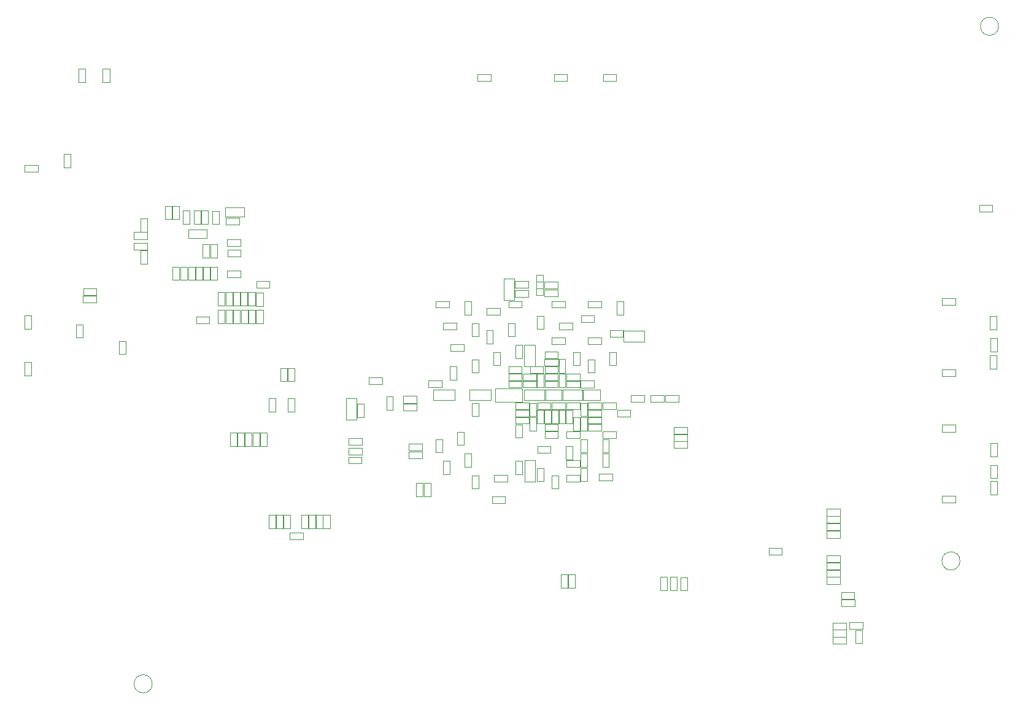
<source format=gbr>
G04 #@! TF.GenerationSoftware,KiCad,Pcbnew,7.0.11-rc3*
G04 #@! TF.CreationDate,2024-11-10T09:22:13+01:00*
G04 #@! TF.ProjectId,sodimm-ddr5-tester,736f6469-6d6d-42d6-9464-72352d746573,1.2.0*
G04 #@! TF.SameCoordinates,Original*
G04 #@! TF.FileFunction,Other,User*
%FSLAX46Y46*%
G04 Gerber Fmt 4.6, Leading zero omitted, Abs format (unit mm)*
G04 Created by KiCad (PCBNEW 7.0.11-rc3) date 2024-11-10 09:22:13*
%MOMM*%
%LPD*%
G01*
G04 APERTURE LIST*
%ADD10C,0.050000*%
G04 APERTURE END LIST*
D10*
X98470000Y-180020000D02*
X97530000Y-180020000D01*
X97530000Y-180020000D02*
X97530000Y-181880000D01*
X98470000Y-181880000D02*
X98470000Y-180020000D01*
X97530000Y-181880000D02*
X98470000Y-181880000D01*
X99520000Y-180020000D02*
X98580000Y-180020000D01*
X98580000Y-180020000D02*
X98580000Y-181880000D01*
X99520000Y-181880000D02*
X99520000Y-180020000D01*
X98580000Y-181880000D02*
X99520000Y-181880000D01*
X100570000Y-180020000D02*
X99630000Y-180020000D01*
X99630000Y-180020000D02*
X99630000Y-181880000D01*
X100570000Y-181880000D02*
X100570000Y-180020000D01*
X99630000Y-181880000D02*
X100570000Y-181880000D01*
X102670000Y-180020000D02*
X101730000Y-180020000D01*
X101730000Y-180020000D02*
X101730000Y-181880000D01*
X102670000Y-181880000D02*
X102670000Y-180020000D01*
X101730000Y-181880000D02*
X102670000Y-181880000D01*
X101620000Y-180020000D02*
X100680000Y-180020000D01*
X100680000Y-180020000D02*
X100680000Y-181880000D01*
X101620000Y-181880000D02*
X101620000Y-180020000D01*
X100680000Y-181880000D02*
X101620000Y-181880000D01*
X107388200Y-193215800D02*
X108328200Y-193215800D01*
X108328200Y-193215800D02*
X108328200Y-191355800D01*
X107388200Y-191355800D02*
X107388200Y-193215800D01*
X108328200Y-191355800D02*
X107388200Y-191355800D01*
X108388200Y-193215800D02*
X109328200Y-193215800D01*
X109328200Y-193215800D02*
X109328200Y-191355800D01*
X108388200Y-191355800D02*
X108388200Y-193215800D01*
X109328200Y-191355800D02*
X108388200Y-191355800D01*
X103888200Y-193215800D02*
X104828200Y-193215800D01*
X104828200Y-193215800D02*
X104828200Y-191355800D01*
X103888200Y-191355800D02*
X103888200Y-193215800D01*
X104828200Y-191355800D02*
X103888200Y-191355800D01*
X102872200Y-193220301D02*
X103812200Y-193220301D01*
X103812200Y-193220301D02*
X103812200Y-191360301D01*
X102872200Y-191360301D02*
X102872200Y-193220301D01*
X103812200Y-191360301D02*
X102872200Y-191360301D01*
X104913200Y-193205800D02*
X105853200Y-193205800D01*
X105853200Y-193205800D02*
X105853200Y-191345800D01*
X104913200Y-191345800D02*
X104913200Y-193205800D01*
X105853200Y-191345800D02*
X104913200Y-191345800D01*
X109388200Y-193215800D02*
X110328200Y-193215800D01*
X110328200Y-193215800D02*
X110328200Y-191355800D01*
X109388200Y-191355800D02*
X109388200Y-193215800D01*
X110328200Y-191355800D02*
X109388200Y-191355800D01*
X110388200Y-193215800D02*
X111328200Y-193215800D01*
X111328200Y-193215800D02*
X111328200Y-191355800D01*
X110388200Y-191355800D02*
X110388200Y-193215800D01*
X111328200Y-191355800D02*
X110388200Y-191355800D01*
X99030501Y-162506000D02*
X99970501Y-162506000D01*
X99970501Y-162506000D02*
X99970501Y-160646000D01*
X99030501Y-160646000D02*
X99030501Y-162506000D01*
X99970501Y-160646000D02*
X99030501Y-160646000D01*
X97980501Y-162506000D02*
X98920501Y-162506000D01*
X98920501Y-162506000D02*
X98920501Y-160646000D01*
X97980501Y-160646000D02*
X97980501Y-162506000D01*
X98920501Y-160646000D02*
X97980501Y-160646000D01*
X101155501Y-162531000D02*
X102095501Y-162531000D01*
X102095501Y-162531000D02*
X102095501Y-160671000D01*
X101155501Y-160671000D02*
X101155501Y-162531000D01*
X102095501Y-160671000D02*
X101155501Y-160671000D01*
X100055501Y-162506000D02*
X100995501Y-162506000D01*
X100995501Y-162506000D02*
X100995501Y-160646000D01*
X100055501Y-160646000D02*
X100055501Y-162506000D01*
X100995501Y-160646000D02*
X100055501Y-160646000D01*
X94838672Y-155880000D02*
X95778672Y-155880000D01*
X95778672Y-155880000D02*
X95778672Y-154020000D01*
X94838672Y-154020000D02*
X94838672Y-155880000D01*
X95778672Y-154020000D02*
X94838672Y-154020000D01*
X97170000Y-153330000D02*
X97170000Y-154270000D01*
X97170000Y-154270000D02*
X99030000Y-154270000D01*
X99030000Y-153330000D02*
X97170000Y-153330000D01*
X99030000Y-154270000D02*
X99030000Y-153330000D01*
X86130501Y-153283149D02*
X86130501Y-152343149D01*
X86130501Y-152343149D02*
X84270501Y-152343149D01*
X84270501Y-153283149D02*
X86130501Y-153283149D01*
X84270501Y-152343149D02*
X84270501Y-153283149D01*
X86130501Y-154783149D02*
X86130501Y-153843149D01*
X86130501Y-153843149D02*
X84270501Y-153843149D01*
X84270501Y-154783149D02*
X86130501Y-154783149D01*
X84270501Y-153843149D02*
X84270501Y-154783149D01*
X95140000Y-151210000D02*
X96060000Y-151210000D01*
X96060000Y-151210000D02*
X96060000Y-149390000D01*
X95140000Y-149390000D02*
X95140000Y-151210000D01*
X96060000Y-149390000D02*
X95140000Y-149390000D01*
X92848672Y-158914992D02*
X93768672Y-158914992D01*
X93768672Y-158914992D02*
X93768672Y-157094992D01*
X92848672Y-157094992D02*
X92848672Y-158914992D01*
X93768672Y-157094992D02*
X92848672Y-157094992D01*
X94848672Y-158914992D02*
X95768672Y-158914992D01*
X95768672Y-158914992D02*
X95768672Y-157094992D01*
X94848672Y-157094992D02*
X94848672Y-158914992D01*
X95768672Y-157094992D02*
X94848672Y-157094992D01*
X92576829Y-151193157D02*
X93496829Y-151193157D01*
X93496829Y-151193157D02*
X93496829Y-149373157D01*
X92576829Y-149373157D02*
X92576829Y-151193157D01*
X93496829Y-149373157D02*
X92576829Y-149373157D01*
X90690000Y-158914992D02*
X91610000Y-158914992D01*
X91610000Y-158914992D02*
X91610000Y-157094992D01*
X90690000Y-157094992D02*
X90690000Y-158914992D01*
X91610000Y-157094992D02*
X90690000Y-157094992D01*
X93601829Y-151193157D02*
X94521829Y-151193157D01*
X94521829Y-151193157D02*
X94521829Y-149373157D01*
X93601829Y-149373157D02*
X93601829Y-151193157D01*
X94521829Y-149373157D02*
X93601829Y-149373157D01*
X93848672Y-158914992D02*
X94768672Y-158914992D01*
X94768672Y-158914992D02*
X94768672Y-157094992D01*
X93848672Y-157094992D02*
X93848672Y-158914992D01*
X94768672Y-157094992D02*
X93848672Y-157094992D01*
X96976829Y-150348157D02*
X96976829Y-151268157D01*
X96976829Y-151268157D02*
X98796829Y-151268157D01*
X98796829Y-150348157D02*
X96976829Y-150348157D01*
X98796829Y-151268157D02*
X98796829Y-150348157D01*
X91040000Y-151193157D02*
X91960000Y-151193157D01*
X91960000Y-151193157D02*
X91960000Y-149373157D01*
X91040000Y-149373157D02*
X91040000Y-151193157D01*
X91960000Y-149373157D02*
X91040000Y-149373157D01*
X97190000Y-154740000D02*
X97190000Y-155660000D01*
X97190000Y-155660000D02*
X99010000Y-155660000D01*
X99010000Y-154740000D02*
X97190000Y-154740000D01*
X99010000Y-155660000D02*
X99010000Y-154740000D01*
X89626829Y-150543157D02*
X90546829Y-150543157D01*
X90546829Y-150543157D02*
X90546829Y-148723157D01*
X89626829Y-148723157D02*
X89626829Y-150543157D01*
X90546829Y-148723157D02*
X89626829Y-148723157D01*
X91848672Y-158914992D02*
X92768672Y-158914992D01*
X92768672Y-158914992D02*
X92768672Y-157094992D01*
X91848672Y-157094992D02*
X91848672Y-158914992D01*
X92768672Y-157094992D02*
X91848672Y-157094992D01*
X88626829Y-150543157D02*
X89546829Y-150543157D01*
X89546829Y-150543157D02*
X89546829Y-148723157D01*
X88626829Y-148723157D02*
X88626829Y-150543157D01*
X89546829Y-148723157D02*
X88626829Y-148723157D01*
X89648672Y-158914992D02*
X90568672Y-158914992D01*
X90568672Y-158914992D02*
X90568672Y-157094992D01*
X89648672Y-157094992D02*
X89648672Y-158914992D01*
X90568672Y-157094992D02*
X89648672Y-157094992D01*
X99500501Y-148958851D02*
X96900501Y-148958851D01*
X96900501Y-148958851D02*
X96900501Y-150158851D01*
X96900501Y-150158851D02*
X99500501Y-150158851D01*
X99500501Y-150158851D02*
X99500501Y-148958851D01*
X91786829Y-153158157D02*
X94386829Y-153158157D01*
X94386829Y-153158157D02*
X94386829Y-151958157D01*
X94386829Y-151958157D02*
X91786829Y-151958157D01*
X91786829Y-151958157D02*
X91786829Y-153158157D01*
X69202200Y-172094000D02*
X70142200Y-172094000D01*
X70142200Y-172094000D02*
X70142200Y-170234000D01*
X69202200Y-170234000D02*
X69202200Y-172094000D01*
X70142200Y-170234000D02*
X69202200Y-170234000D01*
X70162701Y-163820000D02*
X69222701Y-163820000D01*
X69222701Y-163820000D02*
X69222701Y-165680000D01*
X70162701Y-165680000D02*
X70162701Y-163820000D01*
X69222701Y-165680000D02*
X70162701Y-165680000D01*
X99995501Y-163021000D02*
X99055501Y-163021000D01*
X99055501Y-163021000D02*
X99055501Y-164881000D01*
X99995501Y-164881000D02*
X99995501Y-163021000D01*
X99055501Y-164881000D02*
X99995501Y-164881000D01*
X99030000Y-158570000D02*
X99030000Y-157630000D01*
X99030000Y-157630000D02*
X97170000Y-157630000D01*
X97170000Y-158570000D02*
X99030000Y-158570000D01*
X97170000Y-157630000D02*
X97170000Y-158570000D01*
X97895501Y-163021000D02*
X96955501Y-163021000D01*
X96955501Y-163021000D02*
X96955501Y-164881000D01*
X97895501Y-164881000D02*
X97895501Y-163021000D01*
X96955501Y-164881000D02*
X97895501Y-164881000D01*
X102095501Y-163021000D02*
X101155501Y-163021000D01*
X101155501Y-163021000D02*
X101155501Y-164881000D01*
X102095501Y-164881000D02*
X102095501Y-163021000D01*
X101155501Y-164881000D02*
X102095501Y-164881000D01*
X101020501Y-163021000D02*
X100080501Y-163021000D01*
X100080501Y-163021000D02*
X100080501Y-164881000D01*
X101020501Y-164881000D02*
X101020501Y-163021000D01*
X100080501Y-164881000D02*
X101020501Y-164881000D01*
X93788672Y-155880000D02*
X94728672Y-155880000D01*
X94728672Y-155880000D02*
X94728672Y-154020000D01*
X93788672Y-154020000D02*
X93788672Y-155880000D01*
X94728672Y-154020000D02*
X93788672Y-154020000D01*
X85210501Y-152283149D02*
X86150501Y-152283149D01*
X86150501Y-152283149D02*
X86150501Y-150423149D01*
X85210501Y-150423149D02*
X85210501Y-152283149D01*
X86150501Y-150423149D02*
X85210501Y-150423149D01*
X86150501Y-154833149D02*
X85210501Y-154833149D01*
X85210501Y-154833149D02*
X85210501Y-156693149D01*
X86150501Y-156693149D02*
X86150501Y-154833149D01*
X85210501Y-156693149D02*
X86150501Y-156693149D01*
X95905501Y-162506000D02*
X96845501Y-162506000D01*
X96845501Y-162506000D02*
X96845501Y-160646000D01*
X95905501Y-160646000D02*
X95905501Y-162506000D01*
X96845501Y-160646000D02*
X95905501Y-160646000D01*
X96845501Y-163021000D02*
X95905501Y-163021000D01*
X95905501Y-163021000D02*
X95905501Y-164881000D01*
X96845501Y-164881000D02*
X96845501Y-163021000D01*
X95905501Y-164881000D02*
X96845501Y-164881000D01*
X98945501Y-163021000D02*
X98005501Y-163021000D01*
X98005501Y-163021000D02*
X98005501Y-164881000D01*
X98945501Y-164881000D02*
X98945501Y-163021000D01*
X98005501Y-164881000D02*
X98945501Y-164881000D01*
X96955501Y-162506000D02*
X97895501Y-162506000D01*
X97895501Y-162506000D02*
X97895501Y-160646000D01*
X96955501Y-160646000D02*
X96955501Y-162506000D01*
X97895501Y-160646000D02*
X96955501Y-160646000D01*
X116740501Y-172406000D02*
X116740501Y-173326000D01*
X116740501Y-173326000D02*
X118560501Y-173326000D01*
X118560501Y-172406000D02*
X116740501Y-172406000D01*
X118560501Y-173326000D02*
X118560501Y-172406000D01*
X148785501Y-162761000D02*
X148785501Y-161841000D01*
X148785501Y-161841000D02*
X146965501Y-161841000D01*
X146965501Y-162761000D02*
X148785501Y-162761000D01*
X146965501Y-161841000D02*
X146965501Y-162761000D01*
X181730000Y-197870000D02*
X181730000Y-196930000D01*
X181730000Y-196930000D02*
X179870000Y-196930000D01*
X179870000Y-197870000D02*
X181730000Y-197870000D01*
X179870000Y-196930000D02*
X179870000Y-197870000D01*
X145785501Y-173761000D02*
X145785501Y-172841000D01*
X145785501Y-172841000D02*
X143965501Y-172841000D01*
X143965501Y-173761000D02*
X145785501Y-173761000D01*
X143965501Y-172841000D02*
X143965501Y-173761000D01*
X150785001Y-180760501D02*
X150785001Y-179840501D01*
X150785001Y-179840501D02*
X148965001Y-179840501D01*
X148965001Y-180760501D02*
X150785001Y-180760501D01*
X148965001Y-179840501D02*
X148965001Y-180760501D01*
X74635100Y-143416700D02*
X75555100Y-143416700D01*
X75555100Y-143416700D02*
X75555100Y-141596700D01*
X74635100Y-141596700D02*
X74635100Y-143416700D01*
X75555100Y-141596700D02*
X74635100Y-141596700D01*
X181730000Y-194520000D02*
X181730000Y-193580000D01*
X181730000Y-193580000D02*
X179870000Y-193580000D01*
X179870000Y-194520000D02*
X181730000Y-194520000D01*
X179870000Y-193580000D02*
X179870000Y-194520000D01*
X144238700Y-201415301D02*
X145178700Y-201415301D01*
X145178700Y-201415301D02*
X145178700Y-199555301D01*
X144238700Y-199555301D02*
X144238700Y-201415301D01*
X145178700Y-199555301D02*
X144238700Y-199555301D01*
X142785001Y-171762500D02*
X142785001Y-170842500D01*
X142785001Y-170842500D02*
X140965001Y-170842500D01*
X140965001Y-171762500D02*
X142785001Y-171762500D01*
X140965001Y-170842500D02*
X140965001Y-171762500D01*
X158770500Y-180206001D02*
X158770500Y-181146001D01*
X158770500Y-181146001D02*
X160630500Y-181146001D01*
X160630500Y-180206001D02*
X158770500Y-180206001D01*
X160630500Y-181146001D02*
X160630500Y-180206001D01*
X143835501Y-171891000D02*
X142915501Y-171891000D01*
X142915501Y-171891000D02*
X142915501Y-173711000D01*
X143835501Y-173711000D02*
X143835501Y-171891000D01*
X142915501Y-173711000D02*
X143835501Y-173711000D01*
X76619000Y-131638400D02*
X77559000Y-131638400D01*
X77559000Y-131638400D02*
X77559000Y-129778400D01*
X76619000Y-129778400D02*
X76619000Y-131638400D01*
X77559000Y-129778400D02*
X76619000Y-129778400D01*
X142915001Y-178710500D02*
X143835001Y-178710500D01*
X143835001Y-178710500D02*
X143835001Y-176890500D01*
X142915001Y-176890500D02*
X142915001Y-178710500D01*
X143835001Y-176890500D02*
X142915001Y-176890500D01*
X149026200Y-130540000D02*
X149026200Y-131460000D01*
X149026200Y-131460000D02*
X150846200Y-131460000D01*
X150846200Y-130540000D02*
X149026200Y-130540000D01*
X150846200Y-131460000D02*
X150846200Y-130540000D01*
X146835001Y-182890500D02*
X145915001Y-182890500D01*
X145915001Y-182890500D02*
X145915001Y-184710500D01*
X146835001Y-184710500D02*
X146835001Y-182890500D01*
X145915001Y-184710500D02*
X146835001Y-184710500D01*
X195770000Y-171255000D02*
X195770000Y-172195000D01*
X195770000Y-172195000D02*
X197630000Y-172195000D01*
X197630000Y-171255000D02*
X195770000Y-171255000D01*
X197630000Y-172195000D02*
X197630000Y-171255000D01*
X136847001Y-159105500D02*
X136847001Y-160045500D01*
X136847001Y-160045500D02*
X138707001Y-160045500D01*
X138707001Y-159105500D02*
X136847001Y-159105500D01*
X138707001Y-160045500D02*
X138707001Y-159105500D01*
X146965501Y-166841000D02*
X146965501Y-167761000D01*
X146965501Y-167761000D02*
X148785501Y-167761000D01*
X148785501Y-166841000D02*
X146965501Y-166841000D01*
X148785501Y-167761000D02*
X148785501Y-166841000D01*
X148917001Y-182710500D02*
X149837001Y-182710500D01*
X149837001Y-182710500D02*
X149837001Y-180890500D01*
X148917001Y-180890500D02*
X148917001Y-182710500D01*
X149837001Y-180890500D02*
X148917001Y-180890500D01*
X158280000Y-201790800D02*
X159220000Y-201790800D01*
X159220000Y-201790800D02*
X159220000Y-199930800D01*
X158280000Y-199930800D02*
X158280000Y-201790800D01*
X159220000Y-199930800D02*
X158280000Y-199930800D01*
X136965001Y-176842500D02*
X136965001Y-177762500D01*
X136965001Y-177762500D02*
X138785001Y-177762500D01*
X138785001Y-176842500D02*
X136965001Y-176842500D01*
X138785001Y-177762500D02*
X138785001Y-176842500D01*
X135967001Y-172842500D02*
X135967001Y-173762500D01*
X135967001Y-173762500D02*
X137787001Y-173762500D01*
X137787001Y-172842500D02*
X135967001Y-172842500D01*
X137787001Y-173762500D02*
X137787001Y-172842500D01*
X202738400Y-149532600D02*
X202738400Y-148612600D01*
X202738400Y-148612600D02*
X200918400Y-148612600D01*
X200918400Y-149532600D02*
X202738400Y-149532600D01*
X200918400Y-148612600D02*
X200918400Y-149532600D01*
X119120501Y-176836000D02*
X120040501Y-176836000D01*
X120040501Y-176836000D02*
X120040501Y-175016000D01*
X119120501Y-175016000D02*
X119120501Y-176836000D01*
X120040501Y-175016000D02*
X119120501Y-175016000D01*
X140925001Y-169852500D02*
X140925001Y-170762500D01*
X140925001Y-170762500D02*
X142840201Y-170762500D01*
X142840201Y-169852500D02*
X140925001Y-169852500D01*
X142840201Y-170762500D02*
X142840201Y-169852500D01*
X159740000Y-201785800D02*
X160660000Y-201785800D01*
X160660000Y-201785800D02*
X160660000Y-199965800D01*
X159740000Y-199965800D02*
X159740000Y-201785800D01*
X160660000Y-199965800D02*
X159740000Y-199965800D01*
X139832001Y-161030000D02*
X140772001Y-161030000D01*
X140772001Y-161030000D02*
X140772001Y-159170000D01*
X139832001Y-159170000D02*
X139832001Y-161030000D01*
X140772001Y-159170000D02*
X139832001Y-159170000D01*
X149837001Y-182890500D02*
X148917001Y-182890500D01*
X148917001Y-182890500D02*
X148917001Y-184710500D01*
X149837001Y-184710500D02*
X149837001Y-182890500D01*
X148917001Y-184710500D02*
X149837001Y-184710500D01*
X138170501Y-186756000D02*
X139630501Y-186756000D01*
X139630501Y-186756000D02*
X139630501Y-183796000D01*
X138170501Y-183796000D02*
X138170501Y-186756000D01*
X139630501Y-183796000D02*
X138170501Y-183796000D01*
X134785501Y-163761000D02*
X134785501Y-162841000D01*
X134785501Y-162841000D02*
X132965501Y-162841000D01*
X132965501Y-163761000D02*
X134785501Y-163761000D01*
X132965501Y-162841000D02*
X132965501Y-163761000D01*
X138915001Y-179712500D02*
X139835001Y-179712500D01*
X139835001Y-179712500D02*
X139835001Y-177892500D01*
X138915001Y-177892500D02*
X138915001Y-179712500D01*
X139835001Y-177892500D02*
X138915001Y-177892500D01*
X146835001Y-184890501D02*
X145915001Y-184890501D01*
X145915001Y-184890501D02*
X145915001Y-186710501D01*
X146835001Y-186710501D02*
X146835001Y-184890501D01*
X145915001Y-186710501D02*
X146835001Y-186710501D01*
X140935501Y-175501000D02*
X143415501Y-175501000D01*
X143415501Y-175501000D02*
X143415501Y-174101000D01*
X143415501Y-174101000D02*
X140935501Y-174101000D01*
X140935501Y-174101000D02*
X140935501Y-175501000D01*
X138965001Y-170842500D02*
X138965001Y-171762500D01*
X138965001Y-171762500D02*
X140785001Y-171762500D01*
X140785001Y-170842500D02*
X138965001Y-170842500D01*
X140785001Y-171762500D02*
X140785001Y-170842500D01*
X155590501Y-174816000D02*
X155590501Y-175736000D01*
X155590501Y-175736000D02*
X157410501Y-175736000D01*
X157410501Y-174816000D02*
X155590501Y-174816000D01*
X157410501Y-175736000D02*
X157410501Y-174816000D01*
X202411001Y-171152000D02*
X203351001Y-171152000D01*
X203351001Y-171152000D02*
X203351001Y-169292000D01*
X202411001Y-169292000D02*
X202411001Y-171152000D01*
X203351001Y-169292000D02*
X202411001Y-169292000D01*
X171890501Y-195916000D02*
X171890501Y-196836000D01*
X171890501Y-196836000D02*
X173710501Y-196836000D01*
X173710501Y-195916000D02*
X171890501Y-195916000D01*
X173710501Y-196836000D02*
X173710501Y-195916000D01*
X140915501Y-178711000D02*
X141835501Y-178711000D01*
X141835501Y-178711000D02*
X141835501Y-176891000D01*
X140915501Y-176891000D02*
X140915501Y-178711000D01*
X141835501Y-176891000D02*
X140915501Y-176891000D01*
X124947001Y-172830500D02*
X124947001Y-173770500D01*
X124947001Y-173770500D02*
X126807001Y-173770500D01*
X126807001Y-172830500D02*
X124947001Y-172830500D01*
X126807001Y-173770500D02*
X126807001Y-172830500D01*
X148785501Y-176761000D02*
X148785501Y-175841000D01*
X148785501Y-175841000D02*
X146965501Y-175841000D01*
X146965501Y-176761000D02*
X148785501Y-176761000D01*
X146965501Y-175841000D02*
X146965501Y-176761000D01*
X146947001Y-176832500D02*
X146947001Y-177772500D01*
X146947001Y-177772500D02*
X148807001Y-177772500D01*
X148807001Y-176832500D02*
X146947001Y-176832500D01*
X148807001Y-177772500D02*
X148807001Y-176832500D01*
X145785001Y-180762500D02*
X145785001Y-179842500D01*
X145785001Y-179842500D02*
X143965001Y-179842500D01*
X143965001Y-180762500D02*
X145785001Y-180762500D01*
X143965001Y-179842500D02*
X143965001Y-180762500D01*
X129785501Y-168761000D02*
X129785501Y-167841000D01*
X129785501Y-167841000D02*
X127965501Y-167841000D01*
X127965501Y-168761000D02*
X129785501Y-168761000D01*
X127965501Y-167841000D02*
X127965501Y-168761000D01*
X198260501Y-197696000D02*
G75*
G03*
X195760501Y-197696000I-1250000J0D01*
G01*
X195760501Y-197696000D02*
G75*
G03*
X198260501Y-197696000I1250000J0D01*
G01*
X94710000Y-164911500D02*
X94710000Y-163991500D01*
X94710000Y-163991500D02*
X92890000Y-163991500D01*
X92890000Y-164911500D02*
X94710000Y-164911500D01*
X92890000Y-163991500D02*
X92890000Y-164911500D01*
X141055501Y-175531000D02*
X141055501Y-174071000D01*
X141055501Y-174071000D02*
X138095501Y-174071000D01*
X138095501Y-175531000D02*
X141055501Y-175531000D01*
X138095501Y-174071000D02*
X138095501Y-175531000D01*
X140965501Y-179841000D02*
X140965501Y-180761000D01*
X140965501Y-180761000D02*
X142785501Y-180761000D01*
X142785501Y-179841000D02*
X140965501Y-179841000D01*
X142785501Y-180761000D02*
X142785501Y-179841000D01*
X142925001Y-171752500D02*
X143835001Y-171752500D01*
X143835001Y-171752500D02*
X143835001Y-169837300D01*
X142925001Y-169837300D02*
X142925001Y-171752500D01*
X143835001Y-169837300D02*
X142925001Y-169837300D01*
X137785501Y-162761000D02*
X137785501Y-161841000D01*
X137785501Y-161841000D02*
X135965501Y-161841000D01*
X135965501Y-162761000D02*
X137785501Y-162761000D01*
X135965501Y-161841000D02*
X135965501Y-162761000D01*
X183685000Y-202935600D02*
X183685000Y-202015600D01*
X183685000Y-202015600D02*
X181865000Y-202015600D01*
X181865000Y-202935600D02*
X183685000Y-202935600D01*
X181865000Y-202015600D02*
X181865000Y-202935600D01*
X126835501Y-180891000D02*
X125915501Y-180891000D01*
X125915501Y-180891000D02*
X125915501Y-182711000D01*
X126835501Y-182711000D02*
X126835501Y-180891000D01*
X125915501Y-182711000D02*
X126835501Y-182711000D01*
X130835501Y-161891000D02*
X129915501Y-161891000D01*
X129915501Y-161891000D02*
X129915501Y-163711000D01*
X130835501Y-163711000D02*
X130835501Y-161891000D01*
X129915501Y-163711000D02*
X130835501Y-163711000D01*
X79125200Y-162034000D02*
X79125200Y-161094000D01*
X79125200Y-161094000D02*
X77265200Y-161094000D01*
X77265200Y-162034000D02*
X79125200Y-162034000D01*
X77265200Y-161094000D02*
X77265200Y-162034000D01*
X142247000Y-130540000D02*
X142247000Y-131460000D01*
X142247000Y-131460000D02*
X144067000Y-131460000D01*
X144067000Y-130540000D02*
X142247000Y-130540000D01*
X144067000Y-131460000D02*
X144067000Y-130540000D01*
X180728800Y-206209800D02*
X180728800Y-207149800D01*
X180728800Y-207149800D02*
X182588800Y-207149800D01*
X182588800Y-206209800D02*
X180728800Y-206209800D01*
X182588800Y-207149800D02*
X182588800Y-206209800D01*
X139915501Y-165711000D02*
X140835501Y-165711000D01*
X140835501Y-165711000D02*
X140835501Y-163891000D01*
X139915501Y-163891000D02*
X139915501Y-165711000D01*
X140835501Y-163891000D02*
X139915501Y-163891000D01*
X150835501Y-168892500D02*
X149915501Y-168892500D01*
X149915501Y-168892500D02*
X149915501Y-170712500D01*
X150835501Y-170712500D02*
X150835501Y-168892500D01*
X149915501Y-170712500D02*
X150835501Y-170712500D01*
X145787001Y-186760500D02*
X145787001Y-185840500D01*
X145787001Y-185840500D02*
X143967001Y-185840500D01*
X143967001Y-186760500D02*
X145787001Y-186760500D01*
X143967001Y-185840500D02*
X143967001Y-186760500D01*
X137835501Y-183891000D02*
X136915501Y-183891000D01*
X136915501Y-183891000D02*
X136915501Y-185711000D01*
X137835501Y-185711000D02*
X137835501Y-183891000D01*
X136915501Y-185711000D02*
X137835501Y-185711000D01*
X182998800Y-206169800D02*
X182998800Y-207089800D01*
X182998800Y-207089800D02*
X184818800Y-207089800D01*
X184818800Y-206169800D02*
X182998800Y-206169800D01*
X184818800Y-207089800D02*
X184818800Y-206169800D01*
X130835501Y-182890500D02*
X129915501Y-182890500D01*
X129915501Y-182890500D02*
X129915501Y-184710500D01*
X130835501Y-184710500D02*
X130835501Y-182890500D01*
X129915501Y-184710500D02*
X130835501Y-184710500D01*
X139915501Y-178711000D02*
X140835501Y-178711000D01*
X140835501Y-178711000D02*
X140835501Y-176891000D01*
X139915501Y-176891000D02*
X139915501Y-178711000D01*
X140835501Y-176891000D02*
X139915501Y-176891000D01*
X143967001Y-183840500D02*
X143967001Y-184760500D01*
X143967001Y-184760500D02*
X145787001Y-184760500D01*
X145787001Y-183840500D02*
X143967001Y-183840500D01*
X145787001Y-184760500D02*
X145787001Y-183840500D01*
X180728800Y-207209800D02*
X180728800Y-208149800D01*
X180728800Y-208149800D02*
X182588800Y-208149800D01*
X182588800Y-207209800D02*
X180728800Y-207209800D01*
X182588800Y-208149800D02*
X182588800Y-207209800D01*
X139915001Y-173712500D02*
X140835001Y-173712500D01*
X140835001Y-173712500D02*
X140835001Y-171892500D01*
X139915001Y-171892500D02*
X139915001Y-173712500D01*
X140835001Y-171892500D02*
X139915001Y-171892500D01*
X104490000Y-172898000D02*
X105410000Y-172898000D01*
X105410000Y-172898000D02*
X105410000Y-171078000D01*
X104490000Y-171078000D02*
X104490000Y-172898000D01*
X105410000Y-171078000D02*
X104490000Y-171078000D01*
X137787002Y-171762500D02*
X137787002Y-170842500D01*
X137787002Y-170842500D02*
X135967002Y-170842500D01*
X135967002Y-171762500D02*
X137787002Y-171762500D01*
X135967002Y-170842500D02*
X135967002Y-171762500D01*
X123280501Y-175896000D02*
X123280501Y-174956000D01*
X123280501Y-174956000D02*
X121420501Y-174956000D01*
X121420501Y-175896000D02*
X123280501Y-175896000D01*
X121420501Y-174956000D02*
X121420501Y-175896000D01*
X148785001Y-179760500D02*
X148785001Y-178840500D01*
X148785001Y-178840500D02*
X146965001Y-178840500D01*
X146965001Y-179760500D02*
X148785001Y-179760500D01*
X146965001Y-178840500D02*
X146965001Y-179760500D01*
X128785501Y-165761000D02*
X128785501Y-164841000D01*
X128785501Y-164841000D02*
X126965501Y-164841000D01*
X126965501Y-165761000D02*
X128785501Y-165761000D01*
X126965501Y-164841000D02*
X126965501Y-165761000D01*
X147835001Y-169890500D02*
X146915001Y-169890500D01*
X146915001Y-169890500D02*
X146915001Y-171710500D01*
X147835001Y-171710500D02*
X147835001Y-169890500D01*
X146915001Y-171710500D02*
X147835001Y-171710500D01*
X159430501Y-175746000D02*
X159430501Y-174806000D01*
X159430501Y-174806000D02*
X157570501Y-174806000D01*
X157570501Y-175746000D02*
X159430501Y-175746000D01*
X157570501Y-174806000D02*
X157570501Y-175746000D01*
X136915001Y-180712500D02*
X137835001Y-180712500D01*
X137835001Y-180712500D02*
X137835001Y-178892500D01*
X136915001Y-178892500D02*
X136915001Y-180712500D01*
X137835001Y-178892500D02*
X136915001Y-178892500D01*
X202405000Y-165780000D02*
X203345000Y-165780000D01*
X203345000Y-165780000D02*
X203345000Y-163920000D01*
X202405000Y-163920000D02*
X202405000Y-165780000D01*
X203345000Y-163920000D02*
X202405000Y-163920000D01*
X115005501Y-175246000D02*
X113545501Y-175246000D01*
X113545501Y-175246000D02*
X113545501Y-178206000D01*
X115005501Y-178206000D02*
X115005501Y-175246000D01*
X113545501Y-178206000D02*
X115005501Y-178206000D01*
X141785001Y-182760500D02*
X141785001Y-181840500D01*
X141785001Y-181840500D02*
X139965001Y-181840500D01*
X139965001Y-182760500D02*
X141785001Y-182760500D01*
X139965001Y-181840500D02*
X139965001Y-182760500D01*
X147805001Y-173772500D02*
X147805001Y-172832500D01*
X147805001Y-172832500D02*
X145945001Y-172832500D01*
X145945001Y-173772500D02*
X147805001Y-173772500D01*
X145945001Y-172832500D02*
X145945001Y-173772500D01*
X125220000Y-186920000D02*
X124280000Y-186920000D01*
X124280000Y-186920000D02*
X124280000Y-188780000D01*
X125220000Y-188780000D02*
X125220000Y-186920000D01*
X124280000Y-188780000D02*
X125220000Y-188780000D01*
X154705001Y-175770000D02*
X154705001Y-174830000D01*
X154705001Y-174830000D02*
X152845001Y-174830000D01*
X152845001Y-175770000D02*
X154705001Y-175770000D01*
X152845001Y-174830000D02*
X152845001Y-175770000D01*
X144835501Y-181891000D02*
X143915501Y-181891000D01*
X143915501Y-181891000D02*
X143915501Y-183711000D01*
X144835501Y-183711000D02*
X144835501Y-181891000D01*
X143915501Y-183711000D02*
X144835501Y-183711000D01*
X145915001Y-179710500D02*
X146835001Y-179710500D01*
X146835001Y-179710500D02*
X146835001Y-177890500D01*
X145915001Y-177890500D02*
X145915001Y-179710500D01*
X146835001Y-177890500D02*
X145915001Y-177890500D01*
X139787001Y-173762500D02*
X139787001Y-172842500D01*
X139787001Y-172842500D02*
X137967001Y-172842500D01*
X137967001Y-173762500D02*
X139787001Y-173762500D01*
X137967001Y-172842500D02*
X137967001Y-173762500D01*
X123230000Y-188780000D02*
X124170000Y-188780000D01*
X124170000Y-188780000D02*
X124170000Y-186920000D01*
X123230000Y-186920000D02*
X123230000Y-188780000D01*
X124170000Y-186920000D02*
X123230000Y-186920000D01*
X113870501Y-180779999D02*
X113870501Y-181719999D01*
X113870501Y-181719999D02*
X115730501Y-181719999D01*
X115730501Y-180779999D02*
X113870501Y-180779999D01*
X115730501Y-181719999D02*
X115730501Y-180779999D01*
X129835501Y-179891000D02*
X128915501Y-179891000D01*
X128915501Y-179891000D02*
X128915501Y-181711000D01*
X129835501Y-181711000D02*
X129835501Y-179891000D01*
X128915501Y-181711000D02*
X129835501Y-181711000D01*
X127915501Y-172711000D02*
X128835501Y-172711000D01*
X128835501Y-172711000D02*
X128835501Y-170891000D01*
X127915501Y-170891000D02*
X127915501Y-172711000D01*
X128835501Y-170891000D02*
X127915501Y-170891000D01*
X131835501Y-185891000D02*
X130915501Y-185891000D01*
X130915501Y-185891000D02*
X130915501Y-187711000D01*
X131835501Y-187711000D02*
X131835501Y-185891000D01*
X130915501Y-187711000D02*
X131835501Y-187711000D01*
X135967001Y-171842500D02*
X135967001Y-172762500D01*
X135967001Y-172762500D02*
X137787001Y-172762500D01*
X137787001Y-171842500D02*
X135967001Y-171842500D01*
X137787001Y-172762500D02*
X137787001Y-171842500D01*
X131835501Y-175891000D02*
X130915501Y-175891000D01*
X130915501Y-175891000D02*
X130915501Y-177711000D01*
X131835501Y-177711000D02*
X131835501Y-175891000D01*
X130915501Y-177711000D02*
X131835501Y-177711000D01*
X203410000Y-184440000D02*
X202490000Y-184440000D01*
X202490000Y-184440000D02*
X202490000Y-186260000D01*
X203410000Y-186260000D02*
X203410000Y-184440000D01*
X202490000Y-186260000D02*
X203410000Y-186260000D01*
X197630000Y-179870000D02*
X197630000Y-178930000D01*
X197630000Y-178930000D02*
X195770000Y-178930000D01*
X195770000Y-179870000D02*
X197630000Y-179870000D01*
X195770000Y-178930000D02*
X195770000Y-179870000D01*
X141965001Y-175842500D02*
X141965001Y-176762500D01*
X141965001Y-176762500D02*
X143785001Y-176762500D01*
X143785001Y-175842500D02*
X141965001Y-175842500D01*
X143785001Y-176762500D02*
X143785001Y-175842500D01*
X105500000Y-172890000D02*
X106420000Y-172890000D01*
X106420000Y-172890000D02*
X106420000Y-171070000D01*
X105500000Y-171070000D02*
X105500000Y-172890000D01*
X106420000Y-171070000D02*
X105500000Y-171070000D01*
X139965501Y-175841000D02*
X139965501Y-176761000D01*
X139965501Y-176761000D02*
X141785501Y-176761000D01*
X141785501Y-175841000D02*
X139965501Y-175841000D01*
X141785501Y-176761000D02*
X141785501Y-175841000D01*
X145965501Y-163841000D02*
X145965501Y-164761000D01*
X145965501Y-164761000D02*
X147785501Y-164761000D01*
X147785501Y-163841000D02*
X145965501Y-163841000D01*
X147785501Y-164761000D02*
X147785501Y-163841000D01*
X184768800Y-207219800D02*
X183848800Y-207219800D01*
X183848800Y-207219800D02*
X183848800Y-209039800D01*
X184768800Y-209039800D02*
X184768800Y-207219800D01*
X183848800Y-209039800D02*
X184768800Y-209039800D01*
X135915501Y-166711000D02*
X136835501Y-166711000D01*
X136835501Y-166711000D02*
X136835501Y-164891000D01*
X135915501Y-164891000D02*
X135915501Y-166711000D01*
X136835501Y-164891000D02*
X135915501Y-164891000D01*
X150287001Y-186610500D02*
X150287001Y-185690500D01*
X150287001Y-185690500D02*
X148467001Y-185690500D01*
X148467001Y-186610500D02*
X150287001Y-186610500D01*
X148467001Y-185690500D02*
X148467001Y-186610500D01*
X140940000Y-159140000D02*
X140940000Y-160060000D01*
X140940000Y-160060000D02*
X142760000Y-160060000D01*
X142760000Y-159140000D02*
X140940000Y-159140000D01*
X142760000Y-160060000D02*
X142760000Y-159140000D01*
X140965501Y-171841000D02*
X140965501Y-172761000D01*
X140965501Y-172761000D02*
X142785501Y-172761000D01*
X142785501Y-171841000D02*
X140965501Y-171841000D01*
X142785501Y-172761000D02*
X142785501Y-171841000D01*
X143965501Y-171841000D02*
X143965501Y-172761000D01*
X143965501Y-172761000D02*
X145785501Y-172761000D01*
X145785501Y-171841000D02*
X143965501Y-171841000D01*
X145785501Y-172761000D02*
X145785501Y-171841000D01*
X131835501Y-164891000D02*
X130915501Y-164891000D01*
X130915501Y-164891000D02*
X130915501Y-166711000D01*
X131835501Y-166711000D02*
X131835501Y-164891000D01*
X130915501Y-166711000D02*
X131835501Y-166711000D01*
X202455000Y-188580000D02*
X203395000Y-188580000D01*
X203395000Y-188580000D02*
X203395000Y-186720000D01*
X202455000Y-186720000D02*
X202455000Y-188580000D01*
X203395000Y-186720000D02*
X202455000Y-186720000D01*
X80937200Y-129803800D02*
X79997200Y-129803800D01*
X79997200Y-129803800D02*
X79997200Y-131663800D01*
X80937200Y-131663800D02*
X80937200Y-129803800D01*
X79997200Y-131663800D02*
X80937200Y-131663800D01*
X139915501Y-186711000D02*
X140835501Y-186711000D01*
X140835501Y-186711000D02*
X140835501Y-184891000D01*
X139915501Y-184891000D02*
X139915501Y-186711000D01*
X140835501Y-184891000D02*
X139915501Y-184891000D01*
X135805000Y-186770000D02*
X135805000Y-185830000D01*
X135805000Y-185830000D02*
X133945000Y-185830000D01*
X133945000Y-186770000D02*
X135805000Y-186770000D01*
X133945000Y-185830000D02*
X133945000Y-186770000D01*
X144915501Y-179711000D02*
X145835501Y-179711000D01*
X145835501Y-179711000D02*
X145835501Y-177891000D01*
X144915501Y-177891000D02*
X144915501Y-179711000D01*
X145835501Y-177891000D02*
X144915501Y-177891000D01*
X149965501Y-165841000D02*
X149965501Y-166761000D01*
X149965501Y-166761000D02*
X151785501Y-166761000D01*
X151785501Y-165841000D02*
X149965501Y-165841000D01*
X151785501Y-166761000D02*
X151785501Y-165841000D01*
X138785001Y-176762500D02*
X138785001Y-175842500D01*
X138785001Y-175842500D02*
X136965001Y-175842500D01*
X136965001Y-176762500D02*
X138785001Y-176762500D01*
X136965001Y-175842500D02*
X136965001Y-176762500D01*
X107618200Y-194745800D02*
X107618200Y-193825800D01*
X107618200Y-193825800D02*
X105798200Y-193825800D01*
X105798200Y-194745800D02*
X107618200Y-194745800D01*
X105798200Y-193825800D02*
X105798200Y-194745800D01*
X138915001Y-177712500D02*
X139835001Y-177712500D01*
X139835001Y-177712500D02*
X139835001Y-175892500D01*
X138915001Y-175892500D02*
X138915001Y-177712500D01*
X139835001Y-175892500D02*
X138915001Y-175892500D01*
X197630000Y-162420000D02*
X197630000Y-161480000D01*
X197630000Y-161480000D02*
X195770000Y-161480000D01*
X195770000Y-162420000D02*
X197630000Y-162420000D01*
X195770000Y-161480000D02*
X195770000Y-162420000D01*
X180728800Y-208209800D02*
X180728800Y-209149800D01*
X180728800Y-209149800D02*
X182588800Y-209149800D01*
X182588800Y-208209800D02*
X180728800Y-208209800D01*
X182588800Y-209149800D02*
X182588800Y-208209800D01*
X143185200Y-201418799D02*
X144125200Y-201418799D01*
X144125200Y-201418799D02*
X144125200Y-199558799D01*
X143185200Y-199558799D02*
X143185200Y-201418799D01*
X144125200Y-199558799D02*
X143185200Y-199558799D01*
X127835501Y-183891000D02*
X126915501Y-183891000D01*
X126915501Y-183891000D02*
X126915501Y-185711000D01*
X127835501Y-185711000D02*
X127835501Y-183891000D01*
X126915501Y-185711000D02*
X127835501Y-185711000D01*
X102880000Y-177114000D02*
X103800000Y-177114000D01*
X103800000Y-177114000D02*
X103800000Y-175294000D01*
X102880000Y-175294000D02*
X102880000Y-177114000D01*
X103800000Y-175294000D02*
X102880000Y-175294000D01*
X142835501Y-185891000D02*
X141915501Y-185891000D01*
X141915501Y-185891000D02*
X141915501Y-187711000D01*
X142835501Y-187711000D02*
X142835501Y-185891000D01*
X141915501Y-187711000D02*
X142835501Y-187711000D01*
X152785001Y-177760500D02*
X152785001Y-176840500D01*
X152785001Y-176840500D02*
X150965001Y-176840500D01*
X150965001Y-177760500D02*
X152785001Y-177760500D01*
X150965001Y-176840500D02*
X150965001Y-177760500D01*
X139607001Y-167922500D02*
X138147001Y-167922500D01*
X138147001Y-167922500D02*
X138147001Y-170882500D01*
X139607001Y-170882500D02*
X139607001Y-167922500D01*
X138147001Y-170882500D02*
X139607001Y-170882500D01*
X142965501Y-164841000D02*
X142965501Y-165761000D01*
X142965501Y-165761000D02*
X144785501Y-165761000D01*
X144785501Y-164841000D02*
X142965501Y-164841000D01*
X144785501Y-165761000D02*
X144785501Y-164841000D01*
X122220000Y-181530000D02*
X122220000Y-182470000D01*
X122220000Y-182470000D02*
X124080000Y-182470000D01*
X124080000Y-181530000D02*
X122220000Y-181530000D01*
X124080000Y-182470000D02*
X124080000Y-181530000D01*
X140940000Y-160240000D02*
X140940000Y-161160000D01*
X140940000Y-161160000D02*
X142760000Y-161160000D01*
X142760000Y-160240000D02*
X140940000Y-160240000D01*
X142760000Y-161160000D02*
X142760000Y-160240000D01*
X130620501Y-174046000D02*
X130620501Y-175506000D01*
X130620501Y-175506000D02*
X133580501Y-175506000D01*
X133580501Y-174046000D02*
X130620501Y-174046000D01*
X133580501Y-175506000D02*
X133580501Y-174046000D01*
X133915501Y-170711000D02*
X134835501Y-170711000D01*
X134835501Y-170711000D02*
X134835501Y-168891000D01*
X133915501Y-168891000D02*
X133915501Y-170711000D01*
X134835501Y-168891000D02*
X133915501Y-168891000D01*
X181730000Y-198870000D02*
X181730000Y-197930000D01*
X181730000Y-197930000D02*
X179870000Y-197930000D01*
X179870000Y-198870000D02*
X181730000Y-198870000D01*
X179870000Y-197930000D02*
X179870000Y-198870000D01*
X125595501Y-174071000D02*
X125595501Y-175531000D01*
X125595501Y-175531000D02*
X128555501Y-175531000D01*
X128555501Y-174071000D02*
X125595501Y-174071000D01*
X128555501Y-175531000D02*
X128555501Y-174071000D01*
X115730502Y-183070000D02*
X115730502Y-182130000D01*
X115730502Y-182130000D02*
X113870502Y-182130000D01*
X113870502Y-183070000D02*
X115730502Y-183070000D01*
X113870502Y-182130000D02*
X113870502Y-183070000D01*
X105500000Y-177114000D02*
X106420000Y-177114000D01*
X106420000Y-177114000D02*
X106420000Y-175294000D01*
X105500000Y-175294000D02*
X105500000Y-177114000D01*
X106420000Y-175294000D02*
X105500000Y-175294000D01*
X69217900Y-143064800D02*
X69217900Y-143984800D01*
X69217900Y-143984800D02*
X71037900Y-143984800D01*
X71037900Y-143064800D02*
X69217900Y-143064800D01*
X71037900Y-143984800D02*
X71037900Y-143064800D01*
X116040501Y-176016000D02*
X115120501Y-176016000D01*
X115120501Y-176016000D02*
X115120501Y-177836000D01*
X116040501Y-177836000D02*
X116040501Y-176016000D01*
X115120501Y-177836000D02*
X116040501Y-177836000D01*
X148965001Y-175840000D02*
X148965001Y-176760000D01*
X148965001Y-176760000D02*
X150785001Y-176760000D01*
X150785001Y-175840000D02*
X148965001Y-175840000D01*
X150785001Y-176760000D02*
X150785001Y-175840000D01*
X148615501Y-174101000D02*
X146135501Y-174101000D01*
X146135501Y-174101000D02*
X146135501Y-175501000D01*
X146135501Y-175501000D02*
X148615501Y-175501000D01*
X148615501Y-175501000D02*
X148615501Y-174101000D01*
X132915501Y-167711000D02*
X133835501Y-167711000D01*
X133835501Y-167711000D02*
X133835501Y-165891000D01*
X132915501Y-165891000D02*
X132915501Y-167711000D01*
X133835501Y-165891000D02*
X132915501Y-165891000D01*
X151835501Y-161891000D02*
X150915501Y-161891000D01*
X150915501Y-161891000D02*
X150915501Y-163711000D01*
X151835501Y-163711000D02*
X151835501Y-161891000D01*
X150915501Y-163711000D02*
X151835501Y-163711000D01*
X101190000Y-159090000D02*
X101190000Y-160010000D01*
X101190000Y-160010000D02*
X103010000Y-160010000D01*
X103010000Y-159090000D02*
X101190000Y-159090000D01*
X103010000Y-160010000D02*
X103010000Y-159090000D01*
X158770501Y-179206000D02*
X158770501Y-180146000D01*
X158770501Y-180146000D02*
X160630501Y-180146000D01*
X160630501Y-179206000D02*
X158770501Y-179206000D01*
X160630501Y-180146000D02*
X160630501Y-179206000D01*
X140965001Y-178842500D02*
X140965001Y-179762500D01*
X140965001Y-179762500D02*
X142785001Y-179762500D01*
X142785001Y-178842500D02*
X140965001Y-178842500D01*
X142785001Y-179762500D02*
X142785001Y-178842500D01*
X136915501Y-169711000D02*
X137835501Y-169711000D01*
X137835501Y-169711000D02*
X137835501Y-167891000D01*
X136915501Y-167891000D02*
X136915501Y-169711000D01*
X137835501Y-167891000D02*
X136915501Y-167891000D01*
X145915001Y-182712500D02*
X146835001Y-182712500D01*
X146835001Y-182712500D02*
X146835001Y-180892500D01*
X145915001Y-180892500D02*
X145915001Y-182712500D01*
X146835001Y-180892500D02*
X145915001Y-180892500D01*
X181730000Y-191470000D02*
X181730000Y-190530000D01*
X181730000Y-190530000D02*
X179870000Y-190530000D01*
X179870000Y-191470000D02*
X181730000Y-191470000D01*
X179870000Y-190530000D02*
X179870000Y-191470000D01*
X135345001Y-161682500D02*
X136805001Y-161682500D01*
X136805001Y-161682500D02*
X136805001Y-158722500D01*
X135345001Y-158722500D02*
X135345001Y-161682500D01*
X136805001Y-158722500D02*
X135345001Y-158722500D01*
X122220000Y-182629999D02*
X122220000Y-183569999D01*
X122220000Y-183569999D02*
X124080000Y-183569999D01*
X124080000Y-182629999D02*
X122220000Y-182629999D01*
X124080000Y-183569999D02*
X124080000Y-182629999D01*
X181730000Y-192470000D02*
X181730000Y-191530000D01*
X181730000Y-191530000D02*
X179870000Y-191530000D01*
X179870000Y-192470000D02*
X181730000Y-192470000D01*
X179870000Y-191530000D02*
X179870000Y-192470000D01*
X203360000Y-166990000D02*
X202440000Y-166990000D01*
X202440000Y-166990000D02*
X202440000Y-168810000D01*
X203360000Y-168810000D02*
X203360000Y-166990000D01*
X202440000Y-168810000D02*
X203360000Y-168810000D01*
X181730000Y-199870000D02*
X181730000Y-198930000D01*
X181730000Y-198930000D02*
X179870000Y-198930000D01*
X179870000Y-199870000D02*
X181730000Y-199870000D01*
X179870000Y-198930000D02*
X179870000Y-199870000D01*
X141915501Y-178711000D02*
X142835501Y-178711000D01*
X142835501Y-178711000D02*
X142835501Y-176891000D01*
X141915501Y-176891000D02*
X141915501Y-178711000D01*
X142835501Y-176891000D02*
X141915501Y-176891000D01*
X77239097Y-165067487D02*
X76319097Y-165067487D01*
X76319097Y-165067487D02*
X76319097Y-166887487D01*
X77239097Y-166887487D02*
X77239097Y-165067487D01*
X76319097Y-166887487D02*
X77239097Y-166887487D01*
X142785501Y-173761000D02*
X142785501Y-172841000D01*
X142785501Y-172841000D02*
X140965501Y-172841000D01*
X140965501Y-173761000D02*
X142785501Y-173761000D01*
X140965501Y-172841000D02*
X140965501Y-173761000D01*
X144835001Y-176892500D02*
X143915001Y-176892500D01*
X143915001Y-176892500D02*
X143915001Y-178712500D01*
X144835001Y-178712500D02*
X144835001Y-176892500D01*
X143915001Y-178712500D02*
X144835001Y-178712500D01*
X146255501Y-175531000D02*
X146255501Y-174071000D01*
X146255501Y-174071000D02*
X143295501Y-174071000D01*
X143295501Y-175531000D02*
X146255501Y-175531000D01*
X143295501Y-174071000D02*
X143295501Y-175531000D01*
X203586400Y-123926600D02*
G75*
G03*
X201086400Y-123926600I-1250000J0D01*
G01*
X201086400Y-123926600D02*
G75*
G03*
X203586400Y-123926600I1250000J0D01*
G01*
X127785501Y-162761000D02*
X127785501Y-161841000D01*
X127785501Y-161841000D02*
X125965501Y-161841000D01*
X125965501Y-162761000D02*
X127785501Y-162761000D01*
X125965501Y-161841000D02*
X125965501Y-162761000D01*
X148787001Y-178762500D02*
X148787001Y-177842500D01*
X148787001Y-177842500D02*
X146967001Y-177842500D01*
X146967001Y-178762500D02*
X148787001Y-178762500D01*
X146967001Y-177842500D02*
X146967001Y-178762500D01*
X140965501Y-168841000D02*
X140965501Y-169761000D01*
X140965501Y-169761000D02*
X142785501Y-169761000D01*
X142785501Y-168841000D02*
X140965501Y-168841000D01*
X142785501Y-169761000D02*
X142785501Y-168841000D01*
X86822600Y-214655400D02*
G75*
G03*
X84322600Y-214655400I-1250000J0D01*
G01*
X84322600Y-214655400D02*
G75*
G03*
X86822600Y-214655400I1250000J0D01*
G01*
X181730000Y-193470000D02*
X181730000Y-192530000D01*
X181730000Y-192530000D02*
X179870000Y-192530000D01*
X179870000Y-193470000D02*
X181730000Y-193470000D01*
X179870000Y-192530000D02*
X179870000Y-193470000D01*
X195770000Y-188705000D02*
X195770000Y-189645000D01*
X195770000Y-189645000D02*
X197630000Y-189645000D01*
X197630000Y-188705000D02*
X195770000Y-188705000D01*
X197630000Y-189645000D02*
X197630000Y-188705000D01*
X138707001Y-161270500D02*
X138707001Y-160330500D01*
X138707001Y-160330500D02*
X136847001Y-160330500D01*
X136847001Y-161270500D02*
X138707001Y-161270500D01*
X136847001Y-160330500D02*
X136847001Y-161270500D01*
X123280501Y-176946000D02*
X123280501Y-176006000D01*
X123280501Y-176006000D02*
X121420501Y-176006000D01*
X121420501Y-176946000D02*
X123280501Y-176946000D01*
X121420501Y-176006000D02*
X121420501Y-176946000D01*
X181730000Y-200870000D02*
X181730000Y-199930000D01*
X181730000Y-199930000D02*
X179870000Y-199930000D01*
X179870000Y-200870000D02*
X181730000Y-200870000D01*
X179870000Y-199930000D02*
X179870000Y-200870000D01*
X134100501Y-175731000D02*
X137900501Y-175731000D01*
X137900501Y-175731000D02*
X137900501Y-173871000D01*
X137900501Y-173871000D02*
X134100501Y-173871000D01*
X134100501Y-173871000D02*
X134100501Y-175731000D01*
X140772001Y-158195000D02*
X139832001Y-158195000D01*
X139832001Y-158195000D02*
X139832001Y-160055000D01*
X140772001Y-160055000D02*
X140772001Y-158195000D01*
X139832001Y-160055000D02*
X140772001Y-160055000D01*
X82269097Y-169187487D02*
X83189097Y-169187487D01*
X83189097Y-169187487D02*
X83189097Y-167367487D01*
X82269097Y-167367487D02*
X82269097Y-169187487D01*
X83189097Y-167367487D02*
X82269097Y-167367487D01*
X143785501Y-167761000D02*
X143785501Y-166841000D01*
X143785501Y-166841000D02*
X141965501Y-166841000D01*
X141965501Y-167761000D02*
X143785501Y-167761000D01*
X141965501Y-166841000D02*
X141965501Y-167761000D01*
X136965001Y-177842500D02*
X136965001Y-178762500D01*
X136965001Y-178762500D02*
X138785001Y-178762500D01*
X138785001Y-177842500D02*
X136965001Y-177842500D01*
X138785001Y-178762500D02*
X138785001Y-177842500D01*
X77301200Y-160104000D02*
X77301200Y-161024000D01*
X77301200Y-161024000D02*
X79121200Y-161024000D01*
X79121200Y-160104000D02*
X77301200Y-160104000D01*
X79121200Y-161024000D02*
X79121200Y-160104000D01*
X137960501Y-171836000D02*
X137960501Y-172756000D01*
X137960501Y-172756000D02*
X139780501Y-172756000D01*
X139780501Y-171836000D02*
X137960501Y-171836000D01*
X139780501Y-172756000D02*
X139780501Y-171836000D01*
X131703400Y-130540000D02*
X131703400Y-131460000D01*
X131703400Y-131460000D02*
X133523400Y-131460000D01*
X133523400Y-130540000D02*
X131703400Y-130540000D01*
X133523400Y-131460000D02*
X133523400Y-130540000D01*
X143965001Y-175842500D02*
X143965001Y-176762500D01*
X143965001Y-176762500D02*
X145785001Y-176762500D01*
X145785001Y-175842500D02*
X143965001Y-175842500D01*
X145785001Y-176762500D02*
X145785001Y-175842500D01*
X202455000Y-183330000D02*
X203395000Y-183330000D01*
X203395000Y-183330000D02*
X203395000Y-181470000D01*
X202455000Y-181470000D02*
X202455000Y-183330000D01*
X203395000Y-181470000D02*
X202455000Y-181470000D01*
X144915501Y-170711000D02*
X145835501Y-170711000D01*
X145835501Y-170711000D02*
X145835501Y-168891000D01*
X144915501Y-168891000D02*
X144915501Y-170711000D01*
X145835501Y-168891000D02*
X144915501Y-168891000D01*
X158770501Y-181206000D02*
X158770501Y-182146000D01*
X158770501Y-182146000D02*
X160630501Y-182146000D01*
X160630501Y-181206000D02*
X158770501Y-181206000D01*
X160630501Y-182146000D02*
X160630501Y-181206000D01*
X133690501Y-188816000D02*
X133690501Y-189736000D01*
X133690501Y-189736000D02*
X135510501Y-189736000D01*
X135510501Y-188816000D02*
X133690501Y-188816000D01*
X135510501Y-189736000D02*
X135510501Y-188816000D01*
X146835501Y-175891000D02*
X145915501Y-175891000D01*
X145915501Y-175891000D02*
X145915501Y-177711000D01*
X146835501Y-177711000D02*
X146835501Y-175891000D01*
X145915501Y-177711000D02*
X146835501Y-177711000D01*
X156930000Y-201790800D02*
X157870000Y-201790800D01*
X157870000Y-201790800D02*
X157870000Y-199930800D01*
X156930000Y-199930800D02*
X156930000Y-201790800D01*
X157870000Y-199930800D02*
X156930000Y-199930800D01*
X181870000Y-203055600D02*
X181870000Y-203995600D01*
X181870000Y-203995600D02*
X183730000Y-203995600D01*
X183730000Y-203055600D02*
X181870000Y-203055600D01*
X183730000Y-203995600D02*
X183730000Y-203055600D01*
X113890502Y-183340000D02*
X113890502Y-184260000D01*
X113890502Y-184260000D02*
X115710502Y-184260000D01*
X115710502Y-183340000D02*
X113890502Y-183340000D01*
X115710502Y-184260000D02*
X115710502Y-183340000D01*
X130915501Y-171711000D02*
X131835501Y-171711000D01*
X131835501Y-171711000D02*
X131835501Y-169891000D01*
X130915501Y-169891000D02*
X130915501Y-171711000D01*
X131835501Y-169891000D02*
X130915501Y-169891000D01*
X141965501Y-161841000D02*
X141965501Y-162761000D01*
X141965501Y-162761000D02*
X143785501Y-162761000D01*
X143785501Y-161841000D02*
X141965501Y-161841000D01*
X143785501Y-162761000D02*
X143785501Y-161841000D01*
X151795001Y-165972500D02*
X151795001Y-167432500D01*
X151795001Y-167432500D02*
X154755001Y-167432500D01*
X154755001Y-165972500D02*
X151795001Y-165972500D01*
X154755001Y-167432500D02*
X154755001Y-165972500D01*
M02*

</source>
